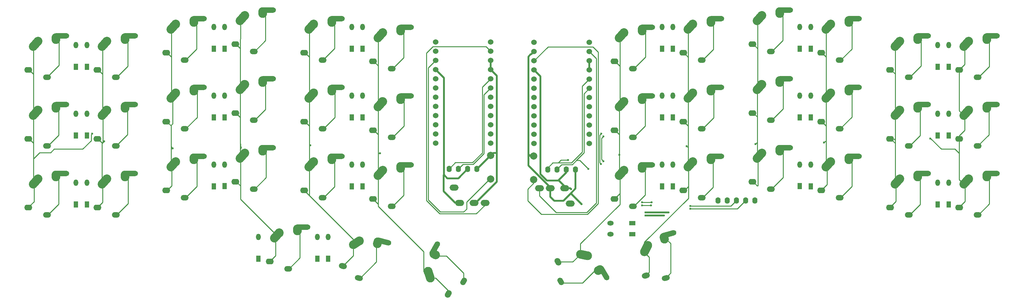
<source format=gtl>
G04 #@! TF.GenerationSoftware,KiCad,Pcbnew,(6.0.8-1)-1*
G04 #@! TF.CreationDate,2023-02-08T14:44:23+02:00*
G04 #@! TF.ProjectId,corne-light,636f726e-652d-46c6-9967-68742e6b6963,2.0*
G04 #@! TF.SameCoordinates,Original*
G04 #@! TF.FileFunction,Copper,L1,Top*
G04 #@! TF.FilePolarity,Positive*
%FSLAX46Y46*%
G04 Gerber Fmt 4.6, Leading zero omitted, Abs format (unit mm)*
G04 Created by KiCad (PCBNEW (6.0.8-1)-1) date 2023-02-08 14:44:23*
%MOMM*%
%LPD*%
G01*
G04 APERTURE LIST*
G04 Aperture macros list*
%AMHorizOval*
0 Thick line with rounded ends*
0 $1 width*
0 $2 $3 position (X,Y) of the first rounded end (center of the circle)*
0 $4 $5 position (X,Y) of the second rounded end (center of the circle)*
0 Add line between two ends*
20,1,$1,$2,$3,$4,$5,0*
0 Add two circle primitives to create the rounded ends*
1,1,$1,$2,$3*
1,1,$1,$4,$5*%
G04 Aperture macros list end*
G04 #@! TA.AperFunction,ComponentPad*
%ADD10HorizOval,2.400000X-0.453990X-0.891007X0.453990X0.891007X0*%
G04 #@! TD*
G04 #@! TA.AperFunction,ComponentPad*
%ADD11HorizOval,1.600000X0.289778X0.077646X-0.289778X-0.077646X0*%
G04 #@! TD*
G04 #@! TA.AperFunction,ComponentPad*
%ADD12C,2.400000*%
G04 #@! TD*
G04 #@! TA.AperFunction,ComponentPad*
%ADD13HorizOval,1.500000X0.338074X0.090587X-0.338074X-0.090587X0*%
G04 #@! TD*
G04 #@! TA.AperFunction,ComponentPad*
%ADD14HorizOval,2.400000X-0.071175X0.265630X0.071175X-0.265630X0*%
G04 #@! TD*
G04 #@! TA.AperFunction,ComponentPad*
%ADD15HorizOval,1.500000X1.397264X0.387496X-1.397264X-0.387496X0*%
G04 #@! TD*
G04 #@! TA.AperFunction,ComponentPad*
%ADD16O,2.500000X1.700000*%
G04 #@! TD*
G04 #@! TA.AperFunction,ComponentPad*
%ADD17C,2.000000*%
G04 #@! TD*
G04 #@! TA.AperFunction,ComponentPad*
%ADD18O,2.200000X1.600000*%
G04 #@! TD*
G04 #@! TA.AperFunction,ComponentPad*
%ADD19HorizOval,2.400000X-0.669131X-0.743145X0.669131X0.743145X0*%
G04 #@! TD*
G04 #@! TA.AperFunction,ComponentPad*
%ADD20O,2.200000X1.500000*%
G04 #@! TD*
G04 #@! TA.AperFunction,ComponentPad*
%ADD21HorizOval,1.500000X1.449945X0.012653X-1.449945X-0.012653X0*%
G04 #@! TD*
G04 #@! TA.AperFunction,ComponentPad*
%ADD22O,2.400000X2.950000*%
G04 #@! TD*
G04 #@! TA.AperFunction,ComponentPad*
%ADD23C,1.524000*%
G04 #@! TD*
G04 #@! TA.AperFunction,ComponentPad*
%ADD24HorizOval,2.400000X-0.309017X0.951057X0.309017X-0.951057X0*%
G04 #@! TD*
G04 #@! TA.AperFunction,ComponentPad*
%ADD25HorizOval,1.600000X0.150000X0.259808X-0.150000X-0.259808X0*%
G04 #@! TD*
G04 #@! TA.AperFunction,ComponentPad*
%ADD26HorizOval,1.500000X0.175000X0.303109X-0.175000X-0.303109X0*%
G04 #@! TD*
G04 #@! TA.AperFunction,ComponentPad*
%ADD27HorizOval,2.400000X-0.238157X0.137500X0.238157X-0.137500X0*%
G04 #@! TD*
G04 #@! TA.AperFunction,ComponentPad*
%ADD28HorizOval,1.500000X0.714014X1.262016X-0.714014X-1.262016X0*%
G04 #@! TD*
G04 #@! TA.AperFunction,ComponentPad*
%ADD29HorizOval,2.400000X-0.838671X-0.544639X0.838671X0.544639X0*%
G04 #@! TD*
G04 #@! TA.AperFunction,ComponentPad*
%ADD30HorizOval,1.600000X0.289778X-0.077646X-0.289778X0.077646X0*%
G04 #@! TD*
G04 #@! TA.AperFunction,ComponentPad*
%ADD31HorizOval,1.500000X0.338074X-0.090587X-0.338074X0.090587X0*%
G04 #@! TD*
G04 #@! TA.AperFunction,ComponentPad*
%ADD32HorizOval,1.500000X1.403814X-0.363051X-1.403814X0.363051X0*%
G04 #@! TD*
G04 #@! TA.AperFunction,ComponentPad*
%ADD33HorizOval,2.400000X-0.071175X-0.265630X0.071175X0.265630X0*%
G04 #@! TD*
G04 #@! TA.AperFunction,ComponentPad*
%ADD34HorizOval,2.400000X-0.978148X0.207912X0.978148X-0.207912X0*%
G04 #@! TD*
G04 #@! TA.AperFunction,ComponentPad*
%ADD35HorizOval,1.600000X0.150000X-0.259808X-0.150000X0.259808X0*%
G04 #@! TD*
G04 #@! TA.AperFunction,ComponentPad*
%ADD36HorizOval,2.400000X-0.238157X-0.137500X0.238157X0.137500X0*%
G04 #@! TD*
G04 #@! TA.AperFunction,ComponentPad*
%ADD37HorizOval,1.500000X0.735931X-1.249362X-0.735931X1.249362X0*%
G04 #@! TD*
G04 #@! TA.AperFunction,ComponentPad*
%ADD38HorizOval,1.500000X0.175000X-0.303109X-0.175000X0.303109X0*%
G04 #@! TD*
G04 #@! TA.AperFunction,ComponentPad*
%ADD39O,1.397000X1.778000*%
G04 #@! TD*
G04 #@! TA.AperFunction,ComponentPad*
%ADD40R,1.300000X1.778000*%
G04 #@! TD*
G04 #@! TA.AperFunction,ComponentPad*
%ADD41O,1.300000X1.778000*%
G04 #@! TD*
G04 #@! TA.AperFunction,ComponentPad*
%ADD42R,1.778000X1.300000*%
G04 #@! TD*
G04 #@! TA.AperFunction,ComponentPad*
%ADD43O,1.778000X1.300000*%
G04 #@! TD*
G04 #@! TA.AperFunction,ViaPad*
%ADD44C,0.600000*%
G04 #@! TD*
G04 #@! TA.AperFunction,Conductor*
%ADD45C,0.250000*%
G04 #@! TD*
G04 #@! TA.AperFunction,Conductor*
%ADD46C,0.254000*%
G04 #@! TD*
G04 #@! TA.AperFunction,Conductor*
%ADD47C,0.508000*%
G04 #@! TD*
G04 #@! TA.AperFunction,Conductor*
%ADD48C,0.500000*%
G04 #@! TD*
G04 APERTURE END LIST*
D10*
X187308330Y-99174827D03*
D11*
X187268020Y-106632520D03*
D12*
X187734756Y-98328776D03*
D13*
X192711879Y-107244394D03*
D14*
X192357330Y-96261940D03*
D15*
X193518037Y-95184410D03*
D16*
X134414500Y-82332000D03*
X142914500Y-86532000D03*
X139914500Y-86532000D03*
X135914500Y-86532000D03*
X166407847Y-86665432D03*
X157907847Y-82465432D03*
X160907847Y-82465432D03*
X164907847Y-82465432D03*
D17*
X156374847Y-80067432D03*
X156374847Y-73567432D03*
D18*
X273584847Y-49820432D03*
D19*
X275553978Y-42627287D03*
D12*
X276184847Y-41920432D03*
D20*
X278684847Y-51820432D03*
D21*
X282584889Y-40380031D03*
D22*
X281184847Y-41120432D03*
D19*
X256553978Y-42627287D03*
D12*
X257184847Y-41920432D03*
D18*
X254584847Y-49820432D03*
D21*
X263584889Y-40380031D03*
D22*
X262184847Y-41120432D03*
D20*
X259684847Y-51820432D03*
D19*
X237553978Y-37877287D03*
D18*
X235584847Y-45070432D03*
D12*
X238184847Y-37170432D03*
D22*
X243184847Y-36370432D03*
D20*
X240684847Y-47070432D03*
D21*
X244584889Y-35630031D03*
D12*
X219184847Y-34795432D03*
D19*
X218553978Y-35502287D03*
D18*
X216584847Y-42695432D03*
D22*
X224184847Y-33995432D03*
D21*
X225584889Y-33255031D03*
D20*
X221684847Y-44695432D03*
D12*
X200184847Y-37170432D03*
D19*
X199553978Y-37877287D03*
D18*
X197584847Y-45070432D03*
D21*
X206584889Y-35630031D03*
D22*
X205184847Y-36370432D03*
D20*
X202684847Y-47070432D03*
D18*
X178584847Y-47445432D03*
D12*
X181184847Y-39545432D03*
D19*
X180553978Y-40252287D03*
D21*
X187584889Y-38005031D03*
D20*
X183684847Y-49445432D03*
D22*
X186184847Y-38745432D03*
D19*
X275553978Y-61627287D03*
D18*
X273584847Y-68820432D03*
D12*
X276184847Y-60920432D03*
D22*
X281184847Y-60120432D03*
D20*
X278684847Y-70820432D03*
D21*
X282584889Y-59380031D03*
D12*
X257184847Y-60920432D03*
D18*
X254584847Y-68820432D03*
D19*
X256553978Y-61627287D03*
D21*
X263584889Y-59380031D03*
D22*
X262184847Y-60120432D03*
D20*
X259684847Y-70820432D03*
D18*
X235584847Y-64070432D03*
D19*
X237553978Y-56877287D03*
D12*
X238184847Y-56170432D03*
D21*
X244584889Y-54630031D03*
D22*
X243184847Y-55370432D03*
D20*
X240684847Y-66070432D03*
D18*
X216584847Y-61695432D03*
D19*
X218553978Y-54502287D03*
D12*
X219184847Y-53795432D03*
D20*
X221684847Y-63695432D03*
D21*
X225584889Y-52255031D03*
D22*
X224184847Y-52995432D03*
D19*
X199553978Y-56877287D03*
D18*
X197584847Y-64070432D03*
D12*
X200184847Y-56170432D03*
D22*
X205184847Y-55370432D03*
D20*
X202684847Y-66070432D03*
D21*
X206584889Y-54630031D03*
D18*
X178584847Y-66445432D03*
D19*
X180553978Y-59252287D03*
D12*
X181184847Y-58545432D03*
D20*
X183684847Y-68445432D03*
D22*
X186184847Y-57745432D03*
D21*
X187584889Y-57005031D03*
D12*
X276184847Y-79920432D03*
D19*
X275553978Y-80627287D03*
D18*
X273584847Y-87820432D03*
D21*
X282584889Y-78380031D03*
D22*
X281184847Y-79120432D03*
D20*
X278684847Y-89820432D03*
D19*
X256553978Y-80627287D03*
D12*
X257184847Y-79920432D03*
D18*
X254584847Y-87820432D03*
D21*
X263584889Y-78380031D03*
D22*
X262184847Y-79120432D03*
D20*
X259684847Y-89820432D03*
D18*
X235584847Y-83070432D03*
D19*
X237553978Y-75877287D03*
D12*
X238184847Y-75170432D03*
D21*
X244584889Y-73630031D03*
D20*
X240684847Y-85070432D03*
D22*
X243184847Y-74370432D03*
D18*
X216584847Y-80695432D03*
D19*
X218553978Y-73502287D03*
D12*
X219184847Y-72795432D03*
D22*
X224184847Y-71995432D03*
D20*
X221684847Y-82695432D03*
D21*
X225584889Y-71255031D03*
D19*
X199553978Y-75877287D03*
D12*
X200184847Y-75170432D03*
D18*
X197584847Y-83070432D03*
D22*
X205184847Y-74370432D03*
D21*
X206584889Y-73630031D03*
D20*
X202684847Y-85070432D03*
D19*
X180553978Y-78252287D03*
D18*
X178584847Y-85445432D03*
D12*
X181184847Y-77545432D03*
D20*
X183684847Y-87445432D03*
D22*
X186184847Y-76745432D03*
D21*
X187584889Y-76005031D03*
D23*
X144503900Y-42082000D03*
X144503900Y-44622000D03*
X144503900Y-47162000D03*
X144503900Y-49702000D03*
X144503900Y-52242000D03*
X144503900Y-54782000D03*
X144503900Y-57322000D03*
X144503900Y-59862000D03*
X144503900Y-62402000D03*
X144503900Y-64942000D03*
X144503900Y-67482000D03*
X144503900Y-70022000D03*
X129283900Y-70022000D03*
X129283900Y-67482000D03*
X129283900Y-64942000D03*
X129283900Y-62402000D03*
X129283900Y-59862000D03*
X129283900Y-57322000D03*
X129283900Y-54782000D03*
X129283900Y-52242000D03*
X129283900Y-49702000D03*
X129283900Y-47162000D03*
X129283900Y-44622000D03*
X129283900Y-42082000D03*
X171674247Y-42208432D03*
X171674247Y-44748432D03*
X171674247Y-47288432D03*
X171674247Y-49828432D03*
X171674247Y-52368432D03*
X171674247Y-54908432D03*
X171674247Y-57448432D03*
X171674247Y-59988432D03*
X171674247Y-62528432D03*
X171674247Y-65068432D03*
X171674247Y-67608432D03*
X171674247Y-70148432D03*
X156454247Y-70148432D03*
X156454247Y-67608432D03*
X156454247Y-65068432D03*
X156454247Y-62528432D03*
X156454247Y-59988432D03*
X156454247Y-57448432D03*
X156454247Y-54908432D03*
X156454247Y-52368432D03*
X156454247Y-49828432D03*
X156454247Y-47288432D03*
X156454247Y-44748432D03*
X156454247Y-42208432D03*
D18*
X112087500Y-47445000D03*
D12*
X114687500Y-39545000D03*
D19*
X114056631Y-40251855D03*
D22*
X119687500Y-38745000D03*
D20*
X117187500Y-49445000D03*
D21*
X121087542Y-38004599D03*
D12*
X95687500Y-37170000D03*
D18*
X93087500Y-45070000D03*
D19*
X95056631Y-37876855D03*
D21*
X102087542Y-35629599D03*
D20*
X98187500Y-47070000D03*
D22*
X100687500Y-36370000D03*
D12*
X76687500Y-34795000D03*
D18*
X74087500Y-42695000D03*
D19*
X76056631Y-35501855D03*
D20*
X79187500Y-44695000D03*
D22*
X81687500Y-33995000D03*
D21*
X83087542Y-33254599D03*
D19*
X57056631Y-37876855D03*
D18*
X55087500Y-45070000D03*
D12*
X57687500Y-37170000D03*
D21*
X64087542Y-35629599D03*
D22*
X62687500Y-36370000D03*
D20*
X60187500Y-47070000D03*
D18*
X36087500Y-49820000D03*
D19*
X38056631Y-42626855D03*
D12*
X38687500Y-41920000D03*
D20*
X41187500Y-51820000D03*
D21*
X45087542Y-40379599D03*
D22*
X43687500Y-41120000D03*
D19*
X114056631Y-78251855D03*
D12*
X114687500Y-77545000D03*
D18*
X112087500Y-85445000D03*
D20*
X117187500Y-87445000D03*
D22*
X119687500Y-76745000D03*
D21*
X121087542Y-76004599D03*
D24*
X127520118Y-106359840D03*
D12*
X127223398Y-105460064D03*
D25*
X132764999Y-111661730D03*
D26*
X137047050Y-108245000D03*
D27*
X129030578Y-100729936D03*
D28*
X129089393Y-99147264D03*
D12*
X19687500Y-79920000D03*
D19*
X19056631Y-80626855D03*
D18*
X17087500Y-87820000D03*
D20*
X22187500Y-89820000D03*
D22*
X24687500Y-79120000D03*
D21*
X26087542Y-78379599D03*
D12*
X108307962Y-97034249D03*
D29*
X107515641Y-97553738D03*
D30*
X103751884Y-103992134D03*
D31*
X108160468Y-107243962D03*
D32*
X114888613Y-97202789D03*
D33*
X113344646Y-97555604D03*
D18*
X83587500Y-102695000D03*
D19*
X85556631Y-95501855D03*
D12*
X86187500Y-94795000D03*
D21*
X92587542Y-93254599D03*
D22*
X91187500Y-93995000D03*
D20*
X88687500Y-104695000D03*
D18*
X93087500Y-83070000D03*
D12*
X95687500Y-75170000D03*
D19*
X95056631Y-75876855D03*
D20*
X98187500Y-85070000D03*
D21*
X102087542Y-73629599D03*
D22*
X100687500Y-74370000D03*
D12*
X76687500Y-72795000D03*
D19*
X76056631Y-73501855D03*
D18*
X74087500Y-80695000D03*
D22*
X81687500Y-71995000D03*
D21*
X83087542Y-71254599D03*
D20*
X79187500Y-82695000D03*
D19*
X57056631Y-75876855D03*
D12*
X57687500Y-75170000D03*
D18*
X55087500Y-83070000D03*
D21*
X64087542Y-73629599D03*
D22*
X62687500Y-74370000D03*
D20*
X60187500Y-85070000D03*
D18*
X36087500Y-87820000D03*
D19*
X38056631Y-80626855D03*
D12*
X38687500Y-79920000D03*
D20*
X41187500Y-89820000D03*
D22*
X43687500Y-79120000D03*
D21*
X45087542Y-78379599D03*
D18*
X112087500Y-66445000D03*
D12*
X114687500Y-58545000D03*
D19*
X114056631Y-59251855D03*
D21*
X121087542Y-57004599D03*
D22*
X119687500Y-57745000D03*
D20*
X117187500Y-68445000D03*
D19*
X95056631Y-56876855D03*
D12*
X95687500Y-56170000D03*
D18*
X93087500Y-64070000D03*
D21*
X102087542Y-54629599D03*
D20*
X98187500Y-66070000D03*
D22*
X100687500Y-55370000D03*
D19*
X76056631Y-54501855D03*
D18*
X74087500Y-61695000D03*
D12*
X76687500Y-53795000D03*
D21*
X83087542Y-52254599D03*
D22*
X81687500Y-52995000D03*
D20*
X79187500Y-63695000D03*
D19*
X57056631Y-56876855D03*
D18*
X55087500Y-64070000D03*
D12*
X57687500Y-56170000D03*
D22*
X62687500Y-55370000D03*
D20*
X60187500Y-66070000D03*
D21*
X64087542Y-54629599D03*
D12*
X38687500Y-60920000D03*
D19*
X38056631Y-61626855D03*
D18*
X36087500Y-68820000D03*
D20*
X41187500Y-70820000D03*
D21*
X45087542Y-59379599D03*
D22*
X43687500Y-60120000D03*
D18*
X17087500Y-68820000D03*
D19*
X19056631Y-61626855D03*
D12*
X19687500Y-60920000D03*
D21*
X26087542Y-59379599D03*
D20*
X22187500Y-70820000D03*
D22*
X24687500Y-60120000D03*
D19*
X19056631Y-42626855D03*
D18*
X17087500Y-49820000D03*
D12*
X19687500Y-41920000D03*
D21*
X26087542Y-40379599D03*
D20*
X22187500Y-51820000D03*
D22*
X24687500Y-41120000D03*
D34*
X170221360Y-100937447D03*
D12*
X171148949Y-101130368D03*
D35*
X163007348Y-102828702D03*
D36*
X174341769Y-105060496D03*
D37*
X175682996Y-105902767D03*
D38*
X163825297Y-108245432D03*
D39*
X133028500Y-77168000D03*
X135568500Y-77168000D03*
X138108500Y-77168000D03*
X140648500Y-77168000D03*
D17*
X144504500Y-79921000D03*
X144504500Y-73421000D03*
D39*
X160257500Y-77310000D03*
X162797500Y-77310000D03*
X165337500Y-77310000D03*
X167877500Y-77310000D03*
X217302500Y-85820000D03*
X214762500Y-85820000D03*
X212222500Y-85820000D03*
X209682500Y-85820000D03*
X207142500Y-85820000D03*
D40*
X270684847Y-86920432D03*
D41*
X270684847Y-80920432D03*
D40*
X232684847Y-81920432D03*
D41*
X232684847Y-75920432D03*
D40*
X229684847Y-81915432D03*
D41*
X229684847Y-75915432D03*
D40*
X194684847Y-81920432D03*
D41*
X194684847Y-75920432D03*
D40*
X191684847Y-81920432D03*
D41*
X191684847Y-75920432D03*
D42*
X183537500Y-92145000D03*
D43*
X177537500Y-92145000D03*
D42*
X183537500Y-95145000D03*
D43*
X177537500Y-95145000D03*
D40*
X270684847Y-48920432D03*
D41*
X270684847Y-42920432D03*
D40*
X267684847Y-48920432D03*
D41*
X267684847Y-42920432D03*
D40*
X232684847Y-43920432D03*
D41*
X232684847Y-37920432D03*
D40*
X229684847Y-43915432D03*
D41*
X229684847Y-37915432D03*
D40*
X194684847Y-43920432D03*
D41*
X194684847Y-37920432D03*
D40*
X191684847Y-43920432D03*
D41*
X191684847Y-37920432D03*
D40*
X270684847Y-67920432D03*
D41*
X270684847Y-61920432D03*
D40*
X267684847Y-67920432D03*
D41*
X267684847Y-61920432D03*
D40*
X232684847Y-62920432D03*
D41*
X232684847Y-56920432D03*
D40*
X229684847Y-62915432D03*
D41*
X229684847Y-56915432D03*
D40*
X194684847Y-62920432D03*
D41*
X194684847Y-56920432D03*
D40*
X33187500Y-86920000D03*
D41*
X33187500Y-80920000D03*
D40*
X33187500Y-67920000D03*
D41*
X33187500Y-61920000D03*
D40*
X33187500Y-48920000D03*
D41*
X33187500Y-42920000D03*
D40*
X191684847Y-62920432D03*
D41*
X191684847Y-56920432D03*
D40*
X99687500Y-101905000D03*
D41*
X99687500Y-95905000D03*
D40*
X96687500Y-101905000D03*
D41*
X96687500Y-95905000D03*
D40*
X80507500Y-101910000D03*
D41*
X80507500Y-95910000D03*
D40*
X109187500Y-81920000D03*
D41*
X109187500Y-75920000D03*
D40*
X106187500Y-81920000D03*
D41*
X106187500Y-75920000D03*
D40*
X71187500Y-81915000D03*
D41*
X71187500Y-75915000D03*
D40*
X68187500Y-81920000D03*
D41*
X68187500Y-75920000D03*
D40*
X30187500Y-86916875D03*
D41*
X30187500Y-80916875D03*
D40*
X109187500Y-62920000D03*
D41*
X109187500Y-56920000D03*
D40*
X106187500Y-62920000D03*
D41*
X106187500Y-56920000D03*
D40*
X71187500Y-62915000D03*
D41*
X71187500Y-56915000D03*
D40*
X68187500Y-62920000D03*
D41*
X68187500Y-56920000D03*
D40*
X30187500Y-67916875D03*
D41*
X30187500Y-61916875D03*
D40*
X109187500Y-43920000D03*
D41*
X109187500Y-37920000D03*
D40*
X106187500Y-43920000D03*
D41*
X106187500Y-37920000D03*
D40*
X71187500Y-43915000D03*
D41*
X71187500Y-37915000D03*
D40*
X68187500Y-43920000D03*
D41*
X68187500Y-37920000D03*
D40*
X30187500Y-48916875D03*
D41*
X30187500Y-42916875D03*
D40*
X267684847Y-86920432D03*
D41*
X267684847Y-80920432D03*
D44*
X34697500Y-67410000D03*
X37984500Y-69494000D03*
X56884500Y-71461010D03*
X75637500Y-71190000D03*
X94797500Y-70620000D03*
X113984500Y-72835062D03*
X175514847Y-75010432D03*
X175514847Y-68200433D03*
X174894847Y-75770432D03*
X174964847Y-67370432D03*
X188712500Y-87245000D03*
X165812500Y-74706931D03*
X199512500Y-88144503D03*
X186212500Y-87245000D03*
X188812500Y-86345000D03*
X171412500Y-77145000D03*
X199512500Y-87345000D03*
X186212500Y-86345000D03*
X265644847Y-68717442D03*
X236382717Y-69847442D03*
X217444847Y-70301453D03*
X198523797Y-70834414D03*
X179944847Y-73240420D03*
X187112500Y-89145000D03*
X166676412Y-82708912D03*
X193512500Y-89145000D03*
X192212500Y-90045000D03*
X187112500Y-90045000D03*
X169512500Y-86845000D03*
D45*
X25494500Y-41607000D02*
X25494500Y-48484000D01*
X25494500Y-48484000D02*
X22187500Y-51791000D01*
X22187500Y-51791000D02*
X22187500Y-51820000D01*
D46*
X24727500Y-40840000D02*
X25055750Y-41168250D01*
D45*
X24727500Y-40840000D02*
X25494500Y-41607000D01*
X44494500Y-48763000D02*
X41437500Y-51820000D01*
X44494500Y-41607000D02*
X44494500Y-48763000D01*
X43727500Y-40840000D02*
X44494500Y-41607000D01*
X41437500Y-51820000D02*
X41187500Y-51820000D01*
D46*
X44055750Y-41168250D02*
X43727500Y-40840000D01*
X62727500Y-36090000D02*
X63055750Y-36418250D01*
D45*
X60437500Y-47070000D02*
X60187500Y-47070000D01*
X62727500Y-36090000D02*
X63464500Y-36827000D01*
X63464500Y-36827000D02*
X63464500Y-44043000D01*
X63464500Y-44043000D02*
X60437500Y-47070000D01*
X79437500Y-44695000D02*
X79187500Y-44695000D01*
X82454500Y-41678000D02*
X79437500Y-44695000D01*
X82454500Y-34442000D02*
X82454500Y-41678000D01*
D46*
X81727500Y-33715000D02*
X82055750Y-34043250D01*
D45*
X81727500Y-33715000D02*
X82454500Y-34442000D01*
X101484500Y-36847000D02*
X101484500Y-43834000D01*
X100727500Y-36090000D02*
X101484500Y-36847000D01*
X98248500Y-47070000D02*
X98187500Y-47070000D01*
X101484500Y-43834000D02*
X98248500Y-47070000D01*
D46*
X100727500Y-36090000D02*
X101055750Y-36418250D01*
X119727500Y-38465000D02*
X120055750Y-38793250D01*
D45*
X120484500Y-39222000D02*
X120484500Y-46398000D01*
X120484500Y-46398000D02*
X117437500Y-49445000D01*
X119727500Y-38465000D02*
X120484500Y-39222000D01*
X117437500Y-49445000D02*
X117187500Y-49445000D01*
X25464500Y-67793000D02*
X22437500Y-70820000D01*
D46*
X25055750Y-60168250D02*
X24727500Y-59840000D01*
D45*
X24727500Y-59840000D02*
X25464500Y-60577000D01*
X22437500Y-70820000D02*
X22187500Y-70820000D01*
X25464500Y-60577000D02*
X25464500Y-67793000D01*
X43727500Y-59840000D02*
X44444500Y-60557000D01*
X44444500Y-60557000D02*
X44444500Y-67674000D01*
X44444500Y-67674000D02*
X41298500Y-70820000D01*
D46*
X43727500Y-59840000D02*
X44055750Y-60168250D01*
D45*
X41298500Y-70820000D02*
X41187500Y-70820000D01*
X62727500Y-55090000D02*
X63604500Y-55967000D01*
X63604500Y-55967000D02*
X63604500Y-62903000D01*
X63604500Y-62903000D02*
X60437500Y-66070000D01*
D46*
X62727500Y-55090000D02*
X63055750Y-55418250D01*
D45*
X60437500Y-66070000D02*
X60187500Y-66070000D01*
X82444500Y-60688000D02*
X79437500Y-63695000D01*
X82444500Y-53432000D02*
X82444500Y-60688000D01*
X79437500Y-63695000D02*
X79187500Y-63695000D01*
D46*
X81727500Y-52715000D02*
X82055750Y-53043250D01*
D45*
X81727500Y-52715000D02*
X82444500Y-53432000D01*
X101564500Y-55927000D02*
X101564500Y-62943000D01*
X98437500Y-66070000D02*
X98187500Y-66070000D01*
X101564500Y-62943000D02*
X98437500Y-66070000D01*
D46*
X100727500Y-55090000D02*
X101055750Y-55418250D01*
D45*
X100727500Y-55090000D02*
X101564500Y-55927000D01*
X117437500Y-68445000D02*
X117187500Y-68445000D01*
X120604500Y-58342000D02*
X120604500Y-65278000D01*
D46*
X119727500Y-57465000D02*
X120055750Y-57793250D01*
D45*
X120604500Y-65278000D02*
X117437500Y-68445000D01*
X119727500Y-57465000D02*
X120604500Y-58342000D01*
X25424500Y-86833000D02*
X22437500Y-89820000D01*
D46*
X24727500Y-78840000D02*
X25055750Y-79168250D01*
D45*
X24727500Y-78840000D02*
X25424500Y-79537000D01*
X25424500Y-79537000D02*
X25424500Y-86833000D01*
X22437500Y-89820000D02*
X22187500Y-89820000D01*
D46*
X43727500Y-78840000D02*
X44055750Y-79168250D01*
D45*
X44534500Y-86723000D02*
X41437500Y-89820000D01*
X44534500Y-79647000D02*
X44534500Y-86723000D01*
X43727500Y-78840000D02*
X44534500Y-79647000D01*
X41437500Y-89820000D02*
X41187500Y-89820000D01*
X62727500Y-74090000D02*
X63534500Y-74897000D01*
X63534500Y-81973000D02*
X60437500Y-85070000D01*
X60437500Y-85070000D02*
X60187500Y-85070000D01*
D46*
X62727500Y-74090000D02*
X63055750Y-74418250D01*
D45*
X63534500Y-74897000D02*
X63534500Y-81973000D01*
X81727500Y-71715000D02*
X82584500Y-72572000D01*
X79437500Y-82695000D02*
X79187500Y-82695000D01*
X82584500Y-79548000D02*
X79437500Y-82695000D01*
X82584500Y-72572000D02*
X82584500Y-79548000D01*
D46*
X81727500Y-71715000D02*
X82055750Y-72043250D01*
D45*
X101484500Y-74847000D02*
X101484500Y-82023000D01*
D46*
X100727500Y-74090000D02*
X101055750Y-74418250D01*
D45*
X98437500Y-85070000D02*
X98187500Y-85070000D01*
X100727500Y-74090000D02*
X101484500Y-74847000D01*
X101484500Y-82023000D02*
X98437500Y-85070000D01*
X117437500Y-87445000D02*
X117187500Y-87445000D01*
D46*
X119727500Y-76465000D02*
X120055750Y-76793250D01*
D45*
X120494500Y-84388000D02*
X117437500Y-87445000D01*
X119727500Y-76465000D02*
X120494500Y-77232000D01*
X120494500Y-77232000D02*
X120494500Y-84388000D01*
X91227500Y-93715000D02*
X91914500Y-94402000D01*
X88937500Y-104695000D02*
X88687500Y-104695000D01*
D46*
X91227500Y-93715000D02*
X91555750Y-94043250D01*
D45*
X91914500Y-101718000D02*
X88937500Y-104695000D01*
X91914500Y-94402000D02*
X91914500Y-101718000D01*
X113455752Y-97295497D02*
X113004500Y-97746749D01*
X113004500Y-97746749D02*
X113004500Y-102824000D01*
X113004500Y-102824000D02*
X108584538Y-107243962D01*
X108584538Y-107243962D02*
X108160468Y-107243962D01*
X128808091Y-100555295D02*
X129416796Y-101164000D01*
X137047050Y-105926550D02*
X137047050Y-108245000D01*
X132284500Y-101164000D02*
X137047050Y-105926550D01*
X129416796Y-101164000D02*
X132284500Y-101164000D01*
D47*
X146214500Y-72711000D02*
X146214500Y-80654000D01*
X140336500Y-86532000D02*
X140382500Y-86532000D01*
X140757500Y-77168000D02*
X140648500Y-77168000D01*
X146214500Y-72711000D02*
X145214500Y-72711000D01*
X146214500Y-51412600D02*
X146214500Y-72711000D01*
X146214500Y-80654000D02*
X140336500Y-86532000D01*
X144503900Y-49702000D02*
X146214500Y-51412600D01*
X145214500Y-72711000D02*
X144504500Y-73421000D01*
X140382500Y-86532000D02*
X140648500Y-86798000D01*
X144504500Y-73421000D02*
X140757500Y-77168000D01*
X144503900Y-47162000D02*
X144503900Y-49702000D01*
X134762500Y-86532000D02*
X131544500Y-83314000D01*
X129283900Y-49702000D02*
X130499901Y-50918001D01*
X135914500Y-86532000D02*
X134762500Y-86532000D01*
X135552500Y-79724000D02*
X138108500Y-77168000D01*
X132554500Y-79724000D02*
X135552500Y-79724000D01*
X131584500Y-78754000D02*
X132554500Y-79724000D01*
X131544500Y-78794000D02*
X131584500Y-78754000D01*
X131584500Y-51954000D02*
X131584500Y-78754000D01*
X130499901Y-50918001D02*
X130548501Y-50918001D01*
X131544500Y-83314000D02*
X131544500Y-78794000D01*
X130548501Y-50918001D02*
X131584500Y-51954000D01*
D46*
X18524500Y-43527000D02*
X18524500Y-51014000D01*
D45*
X32072500Y-71660000D02*
X24197500Y-71660000D01*
X17087500Y-49820000D02*
X17330500Y-49820000D01*
D46*
X18524500Y-51014000D02*
X18524500Y-62233000D01*
D45*
X18674500Y-86174000D02*
X18674500Y-81677000D01*
X24197500Y-71660000D02*
X23197500Y-72660000D01*
X34397501Y-67709999D02*
X34397501Y-69334999D01*
X34697500Y-67410000D02*
X34397501Y-67709999D01*
X17087500Y-87820000D02*
X17087500Y-87761000D01*
D46*
X18534500Y-70024000D02*
X18534500Y-81223000D01*
X18534500Y-72474000D02*
X18534500Y-68844000D01*
X18377500Y-43380000D02*
X18524500Y-43527000D01*
D45*
X34397501Y-69334999D02*
X32072500Y-71660000D01*
D46*
X18534500Y-81223000D02*
X18377500Y-81380000D01*
D45*
X17330500Y-68820000D02*
X18534500Y-70024000D01*
D46*
X18377500Y-62380000D02*
X18534500Y-62537000D01*
D45*
X20197500Y-72660000D02*
X18534500Y-74323000D01*
D46*
X18377500Y-81380000D02*
X18524500Y-81527000D01*
X18524500Y-62233000D02*
X18377500Y-62380000D01*
D45*
X17330500Y-49820000D02*
X18524500Y-51014000D01*
X17087500Y-87761000D02*
X18674500Y-86174000D01*
X18674500Y-81677000D02*
X18377500Y-81380000D01*
D46*
X18534500Y-62537000D02*
X18534500Y-70024000D01*
D45*
X23197500Y-72660000D02*
X20197500Y-72660000D01*
X18534500Y-74323000D02*
X18534500Y-74372000D01*
X17087500Y-68820000D02*
X17330500Y-68820000D01*
D46*
X37524500Y-43527000D02*
X37524500Y-50964000D01*
X37524500Y-62233000D02*
X37377500Y-62380000D01*
X37377500Y-43380000D02*
X37524500Y-43527000D01*
D45*
X36087500Y-87820000D02*
X37544500Y-86363000D01*
X36087500Y-49820000D02*
X36380500Y-49820000D01*
X36087500Y-68820000D02*
X36280500Y-68820000D01*
D46*
X37614500Y-69694000D02*
X37384500Y-69924000D01*
X37684501Y-69793999D02*
X37984500Y-69494000D01*
X37384500Y-69924000D02*
X37384500Y-73094000D01*
D45*
X36380500Y-49820000D02*
X37524500Y-50964000D01*
D46*
X37384500Y-81373000D02*
X37384500Y-73094000D01*
X37384500Y-70094000D02*
X37684501Y-69793999D01*
D45*
X37544500Y-81547000D02*
X37377500Y-81380000D01*
D46*
X37384500Y-73094000D02*
X37384500Y-70094000D01*
X37614500Y-62617000D02*
X37614500Y-69694000D01*
X37524500Y-50964000D02*
X37524500Y-62233000D01*
D45*
X37544500Y-86363000D02*
X37544500Y-81547000D01*
D46*
X37377500Y-81380000D02*
X37524500Y-81527000D01*
X37377500Y-62380000D02*
X37614500Y-62617000D01*
D45*
X36280500Y-68820000D02*
X37384500Y-69924000D01*
D46*
X37377500Y-81380000D02*
X37384500Y-81373000D01*
D45*
X56384500Y-65204000D02*
X56384500Y-65264000D01*
D46*
X56524500Y-46234000D02*
X56524500Y-57483000D01*
X56524500Y-57483000D02*
X56377500Y-57630000D01*
X56854500Y-58107000D02*
X56854500Y-64634000D01*
D45*
X55250500Y-64070000D02*
X56384500Y-65204000D01*
X55087500Y-64070000D02*
X55250500Y-64070000D01*
X56634500Y-76887000D02*
X56377500Y-76630000D01*
D46*
X56384500Y-65264000D02*
X56384500Y-69065500D01*
D45*
X55360500Y-45070000D02*
X56524500Y-46234000D01*
X55087500Y-83070000D02*
X55337500Y-83070000D01*
X55337500Y-83070000D02*
X56634500Y-81773000D01*
D46*
X56377500Y-38630000D02*
X56524500Y-38777000D01*
D45*
X55087500Y-45070000D02*
X55360500Y-45070000D01*
D46*
X56384500Y-65104000D02*
X56384500Y-65264000D01*
X56377500Y-57630000D02*
X56854500Y-58107000D01*
X56384500Y-69294000D02*
X56384500Y-70961010D01*
X56384500Y-76623000D02*
X56377500Y-76630000D01*
X56524500Y-38777000D02*
X56524500Y-46234000D01*
X56384500Y-69065500D02*
X56384500Y-69294000D01*
X56384500Y-69294000D02*
X56384500Y-76623000D01*
X56584501Y-71161011D02*
X56884500Y-71461010D01*
X56384500Y-70961010D02*
X56584501Y-71161011D01*
D45*
X56634500Y-81773000D02*
X56634500Y-76887000D01*
D46*
X56854500Y-64634000D02*
X56384500Y-65104000D01*
X56377500Y-76630000D02*
X56524500Y-76777000D01*
D45*
X83587500Y-102695000D02*
X85174500Y-101108000D01*
X74087500Y-80695000D02*
X74395500Y-80695000D01*
D46*
X75484500Y-43854000D02*
X75484500Y-55148000D01*
D45*
X85174500Y-101108000D02*
X85174500Y-96552000D01*
D46*
X75484500Y-74148000D02*
X75377500Y-74255000D01*
D45*
X74395500Y-80695000D02*
X75524500Y-81824000D01*
X74325500Y-42695000D02*
X75484500Y-43854000D01*
D46*
X75377500Y-55255000D02*
X75484500Y-55362000D01*
X75637500Y-71190000D02*
X75613110Y-71585620D01*
X75613110Y-71585620D02*
X75584501Y-71557011D01*
X75524500Y-81824000D02*
X75524500Y-85489000D01*
X75524500Y-36402000D02*
X75524500Y-41258000D01*
X75484500Y-55362000D02*
X75484500Y-62914000D01*
X75524500Y-85489000D02*
X84877500Y-94842000D01*
X75484500Y-55148000D02*
X75377500Y-55255000D01*
D45*
X85174500Y-96552000D02*
X84877500Y-96255000D01*
D46*
X75524500Y-41258000D02*
X75484500Y-41298000D01*
D45*
X74087500Y-42695000D02*
X74325500Y-42695000D01*
D46*
X75524500Y-74402000D02*
X75524500Y-81824000D01*
X75484500Y-41298000D02*
X75484500Y-43854000D01*
X75484500Y-62914000D02*
X75484500Y-74148000D01*
X84877500Y-96255000D02*
X85024500Y-96402000D01*
X75377500Y-74255000D02*
X75524500Y-74402000D01*
X75377500Y-55255000D02*
X75524500Y-55402000D01*
D45*
X74087500Y-61695000D02*
X74265500Y-61695000D01*
D46*
X75584501Y-71557011D02*
X75584501Y-70194001D01*
X84877500Y-94842000D02*
X84877500Y-96255000D01*
X75377500Y-36255000D02*
X75524500Y-36402000D01*
D45*
X74265500Y-61695000D02*
X75484500Y-62914000D01*
X94494500Y-84494000D02*
X94524500Y-84494000D01*
D46*
X94524500Y-46234000D02*
X94524500Y-57483000D01*
X94377500Y-38630000D02*
X94524500Y-38777000D01*
D45*
X93087500Y-64070000D02*
X93330500Y-64070000D01*
D46*
X94534500Y-71774000D02*
X94534500Y-70807000D01*
D45*
X93087500Y-83070000D02*
X93087500Y-83087000D01*
X106664723Y-98105448D02*
X106664723Y-101079295D01*
X93360500Y-45070000D02*
X94524500Y-46234000D01*
D46*
X94524500Y-84507000D02*
X106664723Y-96647223D01*
D45*
X106664723Y-101079295D02*
X103751884Y-103992134D01*
D46*
X106664723Y-96647223D02*
X106664723Y-98105448D01*
X94524500Y-76777000D02*
X94524500Y-84494000D01*
D45*
X93087500Y-83087000D02*
X94494500Y-84494000D01*
D46*
X94524500Y-38777000D02*
X94524500Y-46234000D01*
D45*
X93330500Y-64070000D02*
X94534500Y-65274000D01*
D46*
X94377500Y-57630000D02*
X94524500Y-57777000D01*
X94721500Y-70620000D02*
X94797500Y-70620000D01*
X94524500Y-84494000D02*
X94524500Y-84507000D01*
X94524500Y-57483000D02*
X94377500Y-57630000D01*
X94534500Y-76473000D02*
X94377500Y-76630000D01*
X94534500Y-70807000D02*
X94721500Y-70620000D01*
X94484500Y-76523000D02*
X94377500Y-76630000D01*
X94534500Y-57787000D02*
X94534500Y-65274000D01*
X94534500Y-65274000D02*
X94534500Y-76473000D01*
X94377500Y-76630000D02*
X94524500Y-76777000D01*
D45*
X93087500Y-45070000D02*
X93360500Y-45070000D01*
D46*
X94377500Y-57630000D02*
X94534500Y-57787000D01*
X113524500Y-59858000D02*
X113377500Y-60005000D01*
D45*
X113524500Y-87504000D02*
X113524500Y-86882000D01*
X112285500Y-66445000D02*
X113464500Y-67624000D01*
D46*
X125984500Y-105476262D02*
X127832795Y-107324557D01*
D45*
X125984500Y-104704000D02*
X125984500Y-99964000D01*
D46*
X113560236Y-72835062D02*
X113984500Y-72835062D01*
X113524500Y-60152000D02*
X113524500Y-67624000D01*
X113524500Y-72934000D02*
X113524500Y-72870798D01*
D45*
X132764999Y-110714499D02*
X132764999Y-111661730D01*
X125984500Y-99964000D02*
X113524500Y-87504000D01*
X112087500Y-66445000D02*
X112285500Y-66445000D01*
X129344500Y-107294000D02*
X132764999Y-110714499D01*
D46*
X113524500Y-79152000D02*
X113524500Y-86882000D01*
X113524500Y-67624000D02*
X113524500Y-78858000D01*
D45*
X127832795Y-107324557D02*
X127863352Y-107294000D01*
D46*
X113377500Y-79005000D02*
X113524500Y-79152000D01*
X113524500Y-72870798D02*
X113560236Y-72835062D01*
X113377500Y-60005000D02*
X113524500Y-60152000D01*
X113524500Y-78858000D02*
X113377500Y-79005000D01*
D45*
X113464500Y-67624000D02*
X113524500Y-67624000D01*
X113524500Y-86882000D02*
X112087500Y-85445000D01*
D46*
X113377500Y-41005000D02*
X113524500Y-41152000D01*
X113524500Y-41152000D02*
X113524500Y-48664000D01*
D45*
X127863352Y-107294000D02*
X129344500Y-107294000D01*
X112087500Y-47445000D02*
X112305500Y-47445000D01*
D46*
X113524500Y-48664000D02*
X113524500Y-59858000D01*
D45*
X112305500Y-47445000D02*
X113524500Y-48664000D01*
D46*
X125984500Y-104704000D02*
X125984500Y-105476262D01*
X140522500Y-89524000D02*
X142914500Y-87132000D01*
X144503900Y-44622000D02*
X143235900Y-43354000D01*
X126824500Y-85894000D02*
X130454500Y-89524000D01*
X143235900Y-43354000D02*
X128594500Y-43354000D01*
X128594500Y-43354000D02*
X126824500Y-45124000D01*
X142914500Y-87132000D02*
X142914500Y-86532000D01*
X126824500Y-45124000D02*
X126824500Y-85894000D01*
X130454500Y-89524000D02*
X140522500Y-89524000D01*
X137024500Y-89014000D02*
X137834500Y-88204000D01*
X137834500Y-88204000D02*
X137834500Y-86304000D01*
X130586566Y-89014000D02*
X137024500Y-89014000D01*
X127278510Y-85705944D02*
X130586566Y-89014000D01*
X144217500Y-79921000D02*
X144504500Y-79921000D01*
X127278510Y-49167390D02*
X127278510Y-85705944D01*
X129283900Y-47162000D02*
X127278510Y-49167390D01*
X137834500Y-86304000D02*
X144217500Y-79921000D01*
X139672557Y-75848011D02*
X136888489Y-75848011D01*
X142638510Y-72882058D02*
X139672557Y-75848011D01*
X144503900Y-54782000D02*
X142638511Y-56647389D01*
X136266999Y-76469501D02*
X135568500Y-77168000D01*
X142638511Y-56647389D02*
X142638510Y-72882058D01*
X136888489Y-75848011D02*
X136266999Y-76469501D01*
X133028500Y-77150000D02*
X133028500Y-77168000D01*
X144503900Y-52242000D02*
X142184500Y-54561400D01*
X134784500Y-75394000D02*
X133028500Y-77150000D01*
X142184500Y-72694000D02*
X139484500Y-75394000D01*
X142184500Y-54561400D02*
X142184500Y-72694000D01*
X139484500Y-75394000D02*
X134784500Y-75394000D01*
D45*
X281224847Y-40840432D02*
X281934847Y-41550432D01*
X281934847Y-41550432D02*
X281934847Y-48820432D01*
X281934847Y-48820432D02*
X278934847Y-51820432D01*
D46*
X281224847Y-40840432D02*
X281653597Y-41269182D01*
D45*
X278934847Y-51820432D02*
X278684847Y-51820432D01*
D46*
X262224847Y-40840432D02*
X262653597Y-41269182D01*
D45*
X263074847Y-41690432D02*
X263074847Y-48680432D01*
X262224847Y-40840432D02*
X263074847Y-41690432D01*
X259934847Y-51820432D02*
X259684847Y-51820432D01*
X263074847Y-48680432D02*
X259934847Y-51820432D01*
X244014847Y-43990432D02*
X240934847Y-47070432D01*
X244014847Y-36880432D02*
X244014847Y-43990432D01*
D46*
X243224847Y-36090432D02*
X243653597Y-36519182D01*
D45*
X243224847Y-36090432D02*
X244014847Y-36880432D01*
X240934847Y-47070432D02*
X240684847Y-47070432D01*
X221934847Y-44695432D02*
X221684847Y-44695432D01*
X224224847Y-33715432D02*
X224994847Y-34485432D01*
X224994847Y-41635432D02*
X221934847Y-44695432D01*
D46*
X224224847Y-33715432D02*
X224653597Y-34144182D01*
D45*
X224994847Y-34485432D02*
X224994847Y-41635432D01*
X205874847Y-36740432D02*
X205874847Y-44130432D01*
X202934847Y-47070432D02*
X202684847Y-47070432D01*
X205874847Y-44130432D02*
X202934847Y-47070432D01*
X205224847Y-36090432D02*
X205874847Y-36740432D01*
D46*
X205224847Y-36090432D02*
X205653597Y-36519182D01*
D45*
X183934847Y-49445432D02*
X183684847Y-49445432D01*
X186224847Y-38465432D02*
X187184847Y-39425432D01*
D46*
X186224847Y-38465432D02*
X186653597Y-38894182D01*
D45*
X187184847Y-39425432D02*
X187184847Y-46195432D01*
X187184847Y-46195432D02*
X183934847Y-49445432D01*
X281824847Y-67710432D02*
X278714847Y-70820432D01*
D46*
X281224847Y-59840432D02*
X281653597Y-60269182D01*
D45*
X278714847Y-70820432D02*
X278684847Y-70820432D01*
X281224847Y-59840432D02*
X281824847Y-60440432D01*
X281824847Y-60440432D02*
X281824847Y-67710432D01*
D46*
X262224847Y-59840432D02*
X262653597Y-60269182D01*
D45*
X262864847Y-60480432D02*
X262864847Y-67890432D01*
X262224847Y-59840432D02*
X262864847Y-60480432D01*
X259934847Y-70820432D02*
X259684847Y-70820432D01*
X262864847Y-67890432D02*
X259934847Y-70820432D01*
X244014847Y-55880432D02*
X244014847Y-62820432D01*
X243224847Y-55090432D02*
X244014847Y-55880432D01*
X240764847Y-66070432D02*
X240684847Y-66070432D01*
D46*
X243224847Y-55090432D02*
X243653597Y-55519182D01*
D45*
X244014847Y-62820432D02*
X240764847Y-66070432D01*
X225054847Y-53545432D02*
X225054847Y-60575432D01*
D46*
X224224847Y-52715432D02*
X224653597Y-53144182D01*
D45*
X225054847Y-60575432D02*
X221934847Y-63695432D01*
X221934847Y-63695432D02*
X221684847Y-63695432D01*
X224224847Y-52715432D02*
X225054847Y-53545432D01*
X205224847Y-55090432D02*
X205984847Y-55850432D01*
X205984847Y-63020432D02*
X202934847Y-66070432D01*
X202934847Y-66070432D02*
X202684847Y-66070432D01*
X205984847Y-55850432D02*
X205984847Y-63020432D01*
D46*
X205224847Y-55090432D02*
X205653597Y-55519182D01*
D45*
X186224847Y-57465432D02*
X187074847Y-58315432D01*
X187074847Y-58315432D02*
X187074847Y-65305432D01*
X187074847Y-65305432D02*
X183934847Y-68445432D01*
D46*
X186224847Y-57465432D02*
X186653597Y-57894182D01*
D45*
X183934847Y-68445432D02*
X183684847Y-68445432D01*
D46*
X175514847Y-75010432D02*
X175034847Y-74530432D01*
X175034847Y-74530432D02*
X175034847Y-68680433D01*
X175034847Y-68680433D02*
X175514847Y-68200433D01*
D45*
X281224847Y-78840432D02*
X281934847Y-79550432D01*
X281934847Y-79550432D02*
X281934847Y-86820432D01*
D46*
X281224847Y-78840432D02*
X281653597Y-79269182D01*
D45*
X281934847Y-86820432D02*
X278934847Y-89820432D01*
X278934847Y-89820432D02*
X278684847Y-89820432D01*
D46*
X262224847Y-78840432D02*
X262653597Y-79269182D01*
D45*
X262224847Y-78840432D02*
X262814847Y-79430432D01*
X262814847Y-79430432D02*
X262814847Y-86940432D01*
X259934847Y-89820432D02*
X259684847Y-89820432D01*
X262814847Y-86940432D02*
X259934847Y-89820432D01*
X244014847Y-74880432D02*
X244014847Y-81990432D01*
X240934847Y-85070432D02*
X240684847Y-85070432D01*
X243224847Y-74090432D02*
X244014847Y-74880432D01*
D46*
X243224847Y-74090432D02*
X243653597Y-74519182D01*
D45*
X244014847Y-81990432D02*
X240934847Y-85070432D01*
X225054847Y-79530432D02*
X221889847Y-82695432D01*
X225054847Y-72545432D02*
X225054847Y-79530432D01*
D46*
X224224847Y-71715432D02*
X224653597Y-72144182D01*
D45*
X224224847Y-71715432D02*
X225054847Y-72545432D01*
X221889847Y-82695432D02*
X221684847Y-82695432D01*
X205224847Y-74090432D02*
X205764847Y-74630432D01*
X205764847Y-82240432D02*
X202934847Y-85070432D01*
X205764847Y-74630432D02*
X205764847Y-82240432D01*
X202934847Y-85070432D02*
X202684847Y-85070432D01*
D46*
X205224847Y-74090432D02*
X205653597Y-74519182D01*
D45*
X183934847Y-87445432D02*
X183684847Y-87445432D01*
X187024847Y-84355432D02*
X183934847Y-87445432D01*
X187024847Y-77265432D02*
X187024847Y-84355432D01*
X186224847Y-76465432D02*
X187024847Y-77265432D01*
D46*
X174894847Y-75770432D02*
X174564848Y-75440433D01*
X174564848Y-75440433D02*
X174564848Y-67770431D01*
X174564848Y-67770431D02*
X174664848Y-67670431D01*
X174664848Y-67670431D02*
X174964847Y-67370432D01*
D45*
X194084847Y-105871426D02*
X193635056Y-106321217D01*
X193635056Y-106321217D02*
X192711879Y-107244394D01*
X192323498Y-95981128D02*
X194084847Y-97742477D01*
X194084847Y-97742477D02*
X194084847Y-105871426D01*
X164190297Y-108610432D02*
X163825297Y-108245432D01*
X173430142Y-104955137D02*
X169774847Y-108610432D01*
X174604256Y-104955137D02*
X173430142Y-104955137D01*
D46*
X174604256Y-104955137D02*
X173786882Y-104955137D01*
D45*
X169774847Y-108610432D02*
X164190297Y-108610432D01*
D46*
X171674247Y-44748432D02*
X173623835Y-46698020D01*
X170958858Y-89186421D02*
X162524836Y-89186421D01*
X173623835Y-46698020D02*
X173623836Y-68359451D01*
X173626246Y-68361861D02*
X173626246Y-86519033D01*
X157907847Y-82465432D02*
X157907847Y-83465432D01*
X173623836Y-68359451D02*
X173626246Y-68361861D01*
X173626246Y-86519033D02*
X170958858Y-89186421D01*
X157907847Y-84569432D02*
X157907847Y-82465432D01*
X162524836Y-89186421D02*
X157907847Y-84569432D01*
X161618858Y-75466421D02*
X160109847Y-76975432D01*
D45*
X163893411Y-74706931D02*
X163133921Y-75466421D01*
D46*
X163133921Y-75466421D02*
X161618858Y-75466421D01*
D45*
X165812500Y-74706931D02*
X163893411Y-74706931D01*
X212437997Y-88144503D02*
X199512500Y-88144503D01*
D46*
X169744847Y-54297832D02*
X169744847Y-72440432D01*
X160109847Y-76975432D02*
X160109847Y-77310432D01*
X169744847Y-72440432D02*
X166718858Y-75466421D01*
X171674247Y-52368432D02*
X169744847Y-54297832D01*
D45*
X214762500Y-85820000D02*
X212437997Y-88144503D01*
D46*
X166718858Y-75466421D02*
X163133921Y-75466421D01*
D45*
X188712500Y-87245000D02*
X186212500Y-87245000D01*
D46*
X171674247Y-54908432D02*
X170198858Y-56383821D01*
X166964847Y-75920432D02*
X164039847Y-75920432D01*
D45*
X188812500Y-86345000D02*
X186212500Y-86345000D01*
X210697500Y-87345000D02*
X199512500Y-87345000D01*
D46*
X170198858Y-56383821D02*
X170198858Y-72686421D01*
D45*
X171412500Y-77145000D02*
X169026389Y-74758889D01*
D46*
X170198858Y-72686421D02*
X168126389Y-74758889D01*
X168126389Y-74758889D02*
X166964847Y-75920432D01*
D45*
X212222500Y-85820000D02*
X210697500Y-87345000D01*
X169026389Y-74758889D02*
X168126389Y-74758889D01*
D46*
X164039847Y-75920432D02*
X162649847Y-77310432D01*
X174077846Y-68171393D02*
X174080257Y-68173804D01*
X158412779Y-89640432D02*
X154684847Y-85912500D01*
X172704847Y-43470432D02*
X174080257Y-44845842D01*
X154684847Y-85912500D02*
X154684847Y-82757432D01*
X174080257Y-44845842D02*
X174080257Y-67567060D01*
X156374847Y-81067432D02*
X156374847Y-80067432D01*
X174080257Y-68173804D02*
X174080257Y-86707090D01*
X156454247Y-47288432D02*
X160272247Y-43470432D01*
X174080257Y-86707090D02*
X171146915Y-89640432D01*
X160272247Y-43470432D02*
X172704847Y-43470432D01*
X174080257Y-67567060D02*
X174077846Y-67569471D01*
X174077846Y-67569471D02*
X174077846Y-68171393D01*
X154684847Y-82757432D02*
X156374847Y-81067432D01*
X171146915Y-89640432D02*
X158412779Y-89640432D01*
D45*
X273584847Y-87820432D02*
X273584847Y-87740432D01*
D46*
X273584847Y-71440432D02*
X273584847Y-80090432D01*
X275122347Y-43627932D02*
X275122347Y-48282932D01*
X275122347Y-66462932D02*
X273584847Y-68000432D01*
D45*
X273584847Y-87740432D02*
X275174847Y-86150432D01*
D46*
X273584847Y-68000432D02*
X273584847Y-68820432D01*
D45*
X268697500Y-71660000D02*
X272447500Y-71660000D01*
D46*
X273584847Y-80090432D02*
X274874847Y-81380432D01*
X273584847Y-68820432D02*
X273584847Y-71440432D01*
D45*
X265644847Y-68717442D02*
X265754942Y-68717442D01*
X265754942Y-68717442D02*
X268697500Y-71660000D01*
D46*
X274874847Y-81380432D02*
X275122347Y-81627932D01*
X274874847Y-62380432D02*
X275122347Y-62627932D01*
X273584847Y-49820432D02*
X273584847Y-61090432D01*
X275122347Y-62627932D02*
X275122347Y-66462932D01*
D45*
X275174847Y-86150432D02*
X275174847Y-81680432D01*
D46*
X274874847Y-43380432D02*
X275122347Y-43627932D01*
X275122347Y-48282932D02*
X273584847Y-49820432D01*
D45*
X272447500Y-71660000D02*
X273584847Y-72797347D01*
D46*
X273584847Y-61090432D02*
X274874847Y-62380432D01*
D45*
X275174847Y-81680432D02*
X274874847Y-81380432D01*
X254584847Y-49820432D02*
X254834847Y-49820432D01*
X255944847Y-50930432D02*
X255944847Y-50960432D01*
D46*
X256044847Y-81210432D02*
X255874847Y-81380432D01*
X255874847Y-62380432D02*
X255944847Y-62450432D01*
X255944847Y-81310432D02*
X255874847Y-81380432D01*
X255944847Y-70040432D02*
X255944847Y-81310432D01*
X255944847Y-50960432D02*
X255944847Y-62310432D01*
X255874847Y-43380432D02*
X255944847Y-43450432D01*
D45*
X254834847Y-49820432D02*
X255944847Y-50930432D01*
D46*
X255944847Y-62450432D02*
X255944847Y-68740432D01*
D45*
X254584847Y-68820432D02*
X254724847Y-68820432D01*
X256184847Y-81690432D02*
X256184847Y-86100432D01*
D46*
X255944847Y-43450432D02*
X255944847Y-50960432D01*
X255744847Y-68940432D02*
X255944847Y-68740432D01*
X255944847Y-62310432D02*
X255874847Y-62380432D01*
D45*
X254584847Y-87700432D02*
X254584847Y-87820432D01*
X256184847Y-86100432D02*
X254584847Y-87700432D01*
D46*
X255874847Y-81380432D02*
X256122347Y-81627932D01*
D45*
X255874847Y-81380432D02*
X256184847Y-81690432D01*
D46*
X255744847Y-69062932D02*
X255744847Y-68940432D01*
D45*
X254724847Y-68820432D02*
X255944847Y-70040432D01*
D46*
X255944847Y-68740432D02*
X255944847Y-70040432D01*
X236874847Y-57630432D02*
X236944847Y-57700432D01*
D45*
X235754847Y-45070432D02*
X236944847Y-46260432D01*
D46*
X236944847Y-38700432D02*
X236944847Y-46260432D01*
D45*
X235584847Y-45070432D02*
X235754847Y-45070432D01*
X235584847Y-83060432D02*
X237194847Y-81450432D01*
D46*
X236874847Y-38630432D02*
X236944847Y-38700432D01*
D45*
X237194847Y-76950432D02*
X236874847Y-76630432D01*
D46*
X236944847Y-57700432D02*
X236944847Y-65260432D01*
X236944847Y-65260432D02*
X236944847Y-76560432D01*
X236874847Y-76630432D02*
X237122347Y-76877932D01*
X236682716Y-69547443D02*
X236382717Y-69847442D01*
X236944847Y-76560432D02*
X236874847Y-76630432D01*
X236944847Y-69540432D02*
X236689727Y-69540432D01*
D45*
X235584847Y-64070432D02*
X235754847Y-64070432D01*
D46*
X236689727Y-69540432D02*
X236682716Y-69547443D01*
D45*
X235584847Y-83070432D02*
X235584847Y-83060432D01*
D46*
X236944847Y-46260432D02*
X236944847Y-57560432D01*
D45*
X235754847Y-64070432D02*
X236944847Y-65260432D01*
X237194847Y-81450432D02*
X237194847Y-76950432D01*
D46*
X236944847Y-57560432D02*
X236874847Y-57630432D01*
X217874847Y-36255432D02*
X218094847Y-36475432D01*
X218094847Y-55035432D02*
X217874847Y-55255432D01*
D45*
X218089847Y-43950432D02*
X218094847Y-43950432D01*
X216834847Y-42695432D02*
X218089847Y-43950432D01*
D46*
X218094847Y-43950432D02*
X218094847Y-55035432D01*
X218122347Y-74502932D02*
X218122347Y-81752932D01*
D45*
X216889847Y-61695432D02*
X217944847Y-62750432D01*
D46*
X217944847Y-69940432D02*
X217805868Y-69940432D01*
X217805868Y-69940432D02*
X217744846Y-70001454D01*
D45*
X216584847Y-80695432D02*
X216834847Y-80695432D01*
D46*
X217944847Y-74185432D02*
X217874847Y-74255432D01*
X218094847Y-36475432D02*
X218094847Y-43950432D01*
X217944847Y-62750432D02*
X217944847Y-74185432D01*
D45*
X216834847Y-80695432D02*
X217892347Y-81752932D01*
X216584847Y-42695432D02*
X216834847Y-42695432D01*
D46*
X217944847Y-55325432D02*
X217944847Y-62750432D01*
X217874847Y-55255432D02*
X217944847Y-55325432D01*
X217874847Y-74255432D02*
X218122347Y-74502932D01*
D45*
X217892347Y-81752932D02*
X218122347Y-81752932D01*
D46*
X217744846Y-70001454D02*
X217444847Y-70301453D01*
D45*
X216584847Y-61695432D02*
X216889847Y-61695432D01*
D46*
X198944847Y-57560432D02*
X198874847Y-57630432D01*
D45*
X197584847Y-64070432D02*
X197754847Y-64070432D01*
D46*
X198874847Y-57630432D02*
X198944847Y-57700432D01*
X186847269Y-100078081D02*
X186847269Y-100145354D01*
X198944847Y-38700432D02*
X198944847Y-46310432D01*
X198944847Y-71040432D02*
X198850866Y-71134413D01*
X198844847Y-76600432D02*
X198874847Y-76630432D01*
X198994847Y-81940432D02*
X198994847Y-85235432D01*
X198994847Y-85235432D02*
X186847269Y-97383010D01*
X198944847Y-57700432D02*
X198944847Y-65260432D01*
D45*
X197584847Y-45070432D02*
X197704847Y-45070432D01*
D46*
X198944847Y-65260432D02*
X198944847Y-76560432D01*
D45*
X186847269Y-100078081D02*
X186847269Y-100162854D01*
D46*
X198823796Y-71134413D02*
X198523797Y-70834414D01*
X198944847Y-76560432D02*
X198874847Y-76630432D01*
X198850866Y-71134413D02*
X198823796Y-71134413D01*
D45*
X188191197Y-101506782D02*
X188191197Y-105709343D01*
X197584847Y-83070432D02*
X197864847Y-83070432D01*
X197864847Y-83070432D02*
X198994847Y-81940432D01*
D46*
X186847269Y-97383010D02*
X186847269Y-100078081D01*
X198994847Y-76750432D02*
X198994847Y-81940432D01*
D45*
X186847269Y-100162854D02*
X188191197Y-101506782D01*
X197754847Y-64070432D02*
X198944847Y-65260432D01*
D46*
X198944847Y-46310432D02*
X198944847Y-57560432D01*
X198874847Y-76630432D02*
X198994847Y-76750432D01*
X198874847Y-38630432D02*
X198944847Y-38700432D01*
D45*
X197704847Y-45070432D02*
X198944847Y-46310432D01*
X188191197Y-105709343D02*
X187268020Y-106632520D01*
D46*
X179944847Y-73240432D02*
X179944847Y-78935432D01*
X180124847Y-59755432D02*
X179874847Y-60005432D01*
D45*
X178763849Y-66445432D02*
X179971848Y-67653431D01*
X180094847Y-83935432D02*
X180094847Y-83890432D01*
D46*
X180094847Y-79225432D02*
X180094847Y-83890432D01*
D45*
X178769847Y-47445432D02*
X179944847Y-48620432D01*
X178584847Y-66445432D02*
X178763849Y-66445432D01*
D46*
X179944847Y-78935432D02*
X179874847Y-79005432D01*
X179971848Y-73213431D02*
X179944847Y-73240432D01*
X180124847Y-48800432D02*
X180124847Y-59755432D01*
D45*
X167126725Y-102828702D02*
X163007348Y-102828702D01*
X178584847Y-47445432D02*
X178769847Y-47445432D01*
D46*
X169229552Y-97781977D02*
X169229552Y-100725875D01*
X179874847Y-61259432D02*
X179971848Y-61356433D01*
D45*
X178584847Y-85445432D02*
X180094847Y-83935432D01*
D46*
X179874847Y-79005432D02*
X180094847Y-79225432D01*
X180094847Y-83890432D02*
X180094847Y-86916682D01*
X180094847Y-86916682D02*
X169229552Y-97781977D01*
X179874847Y-41005432D02*
X180124847Y-41255432D01*
X179971848Y-61356433D02*
X179971848Y-67653431D01*
D45*
X169229552Y-100725875D02*
X167126725Y-102828702D01*
D46*
X180124847Y-41255432D02*
X180124847Y-48800432D01*
X179944847Y-73240432D02*
X179944847Y-73240420D01*
X179944847Y-48620432D02*
X180124847Y-48800432D01*
X179874847Y-60005432D02*
X179874847Y-61259432D01*
X179971848Y-67653431D02*
X179971848Y-73213431D01*
D48*
X164907847Y-82465432D02*
X166432932Y-82465432D01*
X156454247Y-49828432D02*
X158194847Y-51569032D01*
X165314847Y-78120432D02*
X165314847Y-77340432D01*
X162169847Y-80330432D02*
X163104847Y-80330432D01*
X165284847Y-77310432D02*
X165189847Y-77310432D01*
X163104847Y-80330432D02*
X165314847Y-78120432D01*
X158194847Y-78534812D02*
X159990467Y-80330432D01*
X163264847Y-80330432D02*
X164907847Y-81973432D01*
X158194847Y-51569032D02*
X158194847Y-78534812D01*
X165314847Y-77340432D02*
X165284847Y-77310432D01*
X166432932Y-82465432D02*
X166676412Y-82708912D01*
X162169847Y-80330432D02*
X163264847Y-80330432D01*
X164907847Y-81973432D02*
X164907847Y-82465432D01*
X187112500Y-89145000D02*
X193512500Y-89145000D01*
X159990467Y-80330432D02*
X162169847Y-80330432D01*
X187112500Y-90045000D02*
X192212500Y-90045000D01*
X167729847Y-77310432D02*
X167759847Y-77340432D01*
D47*
X155374847Y-73567432D02*
X156374847Y-73567432D01*
D48*
X164524847Y-85920432D02*
X161994847Y-85920432D01*
D47*
X160907847Y-82243432D02*
X160907847Y-82465432D01*
X155692248Y-45510431D02*
X155484848Y-45510431D01*
X154854847Y-76190432D02*
X160907847Y-82243432D01*
D48*
X167759847Y-77340432D02*
X167854847Y-77340432D01*
X166556389Y-83888889D02*
X169512500Y-86845000D01*
X161994847Y-85920432D02*
X160907847Y-84833432D01*
D47*
X155484848Y-45510431D02*
X154854847Y-46140432D01*
D48*
X166556389Y-83888889D02*
X164524847Y-85920432D01*
D47*
X154854847Y-73047432D02*
X155374847Y-73567432D01*
X156454247Y-44748432D02*
X155692248Y-45510431D01*
X160907847Y-82465432D02*
X160907847Y-83465432D01*
D48*
X160907847Y-84815432D02*
X160907847Y-83465432D01*
X160907847Y-84833432D02*
X160907847Y-84815432D01*
X167854847Y-82590432D02*
X166556389Y-83888889D01*
D47*
X154854847Y-73047432D02*
X154854847Y-76190432D01*
X154854847Y-46140432D02*
X154854847Y-73047432D01*
D48*
X167854847Y-77340432D02*
X167854847Y-82590432D01*
X171674247Y-47288432D02*
X171674247Y-49828432D01*
M02*

</source>
